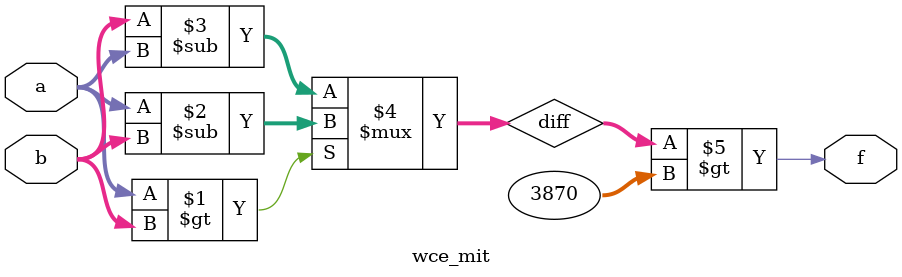
<source format=v>
module wce_mit(a, b, f);
parameter _bit = 18;
parameter wce = 3870;
input [_bit - 1: 0] a;
input [_bit - 1: 0] b;
output f;
wire [_bit - 1: 0] diff;
assign diff = (a > b)? (a - b): (b - a);
assign f = (diff > wce);
endmodule

</source>
